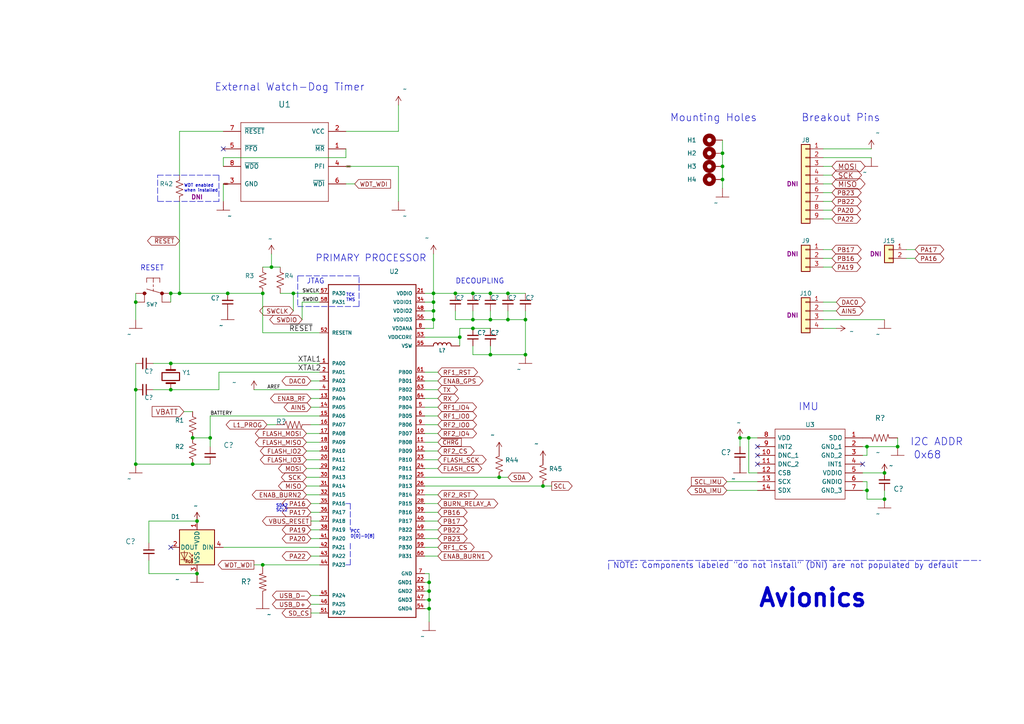
<source format=kicad_sch>
(kicad_sch (version 20211123) (generator eeschema)
  (paper "A4")
  (title_block (title "PyCubed Mainboard") (date "2021-06-09") (rev "v05c") (company "Max Holliday"))
  (lib_symbols
    (symbol "Connector_Generic:Conn_01x02" (pin_names (offset 1.016) hide)
      (property "Reference" "J" (at 0 2.54 0))
      (property "Value" "Conn_01x02" (at 0 -5.08 0))
      (symbol "Conn_01x02_1_1"
        (pin passive line (at -5.08 0 0) (length 3.81) (name "Pin_1") (number "1"))
        (pin passive line (at -5.08 -2.54 0) (length 3.81) (name "Pin_2") (number "2"))
      )
    )
    (symbol "Connector_Generic:Conn_01x03" (pin_names (offset 1.016) hide)
      (property "Reference" "J" (at 0 5.08 0))
      (property "Value" "Conn_01x03" (at 0 -5.08 0))
      (symbol "Conn_01x03_1_1"
        (pin passive line (at -5.08 2.54 0) (length 3.81) (name "Pin_1") (number "1"))
        (pin passive line (at -5.08 0 0) (length 3.81) (name "Pin_2") (number "2"))
        (pin passive line (at -5.08 -2.54 0) (length 3.81) (name "Pin_3") (number "3"))
      )
    )
    (symbol "Connector_Generic:Conn_01x04" (pin_names (offset 1.016) hide)
      (property "Reference" "J" (at 0 5.08 0))
      (property "Value" "Conn_01x04" (at 0 -7.62 0))
      (symbol "Conn_01x04_1_1"
        (pin passive line (at -5.08 2.54 0) (length 3.81) (name "Pin_1") (number "1"))
        (pin passive line (at -5.08 0 0) (length 3.81) (name "Pin_2") (number "2"))
        (pin passive line (at -5.08 -2.54 0) (length 3.81) (name "Pin_3") (number "3"))
        (pin passive line (at -5.08 -5.08 0) (length 3.81) (name "Pin_4") (number "4"))
      )
    )
    (symbol "Connector_Generic:Conn_01x09" (pin_names (offset 1.016) hide)
      (property "Reference" "J" (at 0 12.7 0))
      (property "Value" "Conn_01x09" (at 0 -12.7 0))
      (symbol "Conn_01x09_1_1"
        (pin passive line (at -5.08 10.16 0) (length 3.81) (name "Pin_1") (number "1"))
        (pin passive line (at -5.08 7.62 0) (length 3.81) (name "Pin_2") (number "2"))
        (pin passive line (at -5.08 5.08 0) (length 3.81) (name "Pin_3") (number "3"))
        (pin passive line (at -5.08 2.54 0) (length 3.81) (name "Pin_4") (number "4"))
        (pin passive line (at -5.08 0 0) (length 3.81) (name "Pin_5") (number "5"))
        (pin passive line (at -5.08 -2.54 0) (length 3.81) (name "Pin_6") (number "6"))
        (pin passive line (at -5.08 -5.08 0) (length 3.81) (name "Pin_7") (number "7"))
        (pin passive line (at -5.08 -7.62 0) (length 3.81) (name "Pin_8") (number "8"))
        (pin passive line (at -5.08 -10.16 0) (length 3.81) (name "Pin_9") (number "9"))
      )
    )
    (symbol "Device:Crystal" (pin_numbers hide) (pin_names (offset 1.016) hide)
      (property "Reference" "Y" (at 0 3.81 0))
      (property "Value" "Crystal" (at 0 -3.81 0))
      (symbol "Crystal_1_1"
        (pin passive line (at -3.81 0 0) (length 1.27) (name "1") (number "1"))
        (pin passive line (at 3.81 0 180) (length 1.27) (name "2") (number "2"))
      )
    )
    (symbol "Device:R_US" (pin_numbers hide) (pin_names (offset 0))
      (property "Reference" "R" (at 2.54 0 90))
      (property "Value" "R_US" (at -2.54 0 90))
      (symbol "R_US_1_1"
        (pin passive line (at 0 3.81 270) (length 1.27) (name "~") (number "1"))
        (pin passive line (at 0 -3.81 90) (length 1.27) (name "~") (number "2"))
      )
    )
    (symbol "LED:WS2812B" (pin_names (offset 0.254))
      (property "Reference" "D" (at 5.08 5.715 0))
      (property "Value" "WS2812B" (at 1.27 -5.715 0))
      (symbol "WS2812B_0_0"
        (text "RGB" (at 2.286 -4.191 0) (effects (font (size 0.762 0.762))))
      )
      (symbol "WS2812B_1_1"
        (pin power_in line (at 0 7.62 270) (length 2.54) (name "VDD") (number "1"))
        (pin output line (at 7.62 0 180) (length 2.54) (name "DOUT") (number "2"))
        (pin power_in line (at 0 -7.62 90) (length 2.54) (name "VSS") (number "3"))
        (pin input line (at -7.62 0 0) (length 2.54) (name "DIN") (number "4"))
      )
    )
    (symbol "Mechanical:MountingHole_Pad" (pin_numbers hide) (pin_names (offset 1.016) hide)
      (property "Reference" "H" (at 0 6.35 0))
      (property "Value" "MountingHole_Pad" (at 0 4.445 0))
      (symbol "MountingHole_Pad_1_1"
        (pin input line (at 0 -2.54 90) (length 2.54) (name "1") (number "1"))
      )
    )
    (symbol "mainboard:10KOHM-1_10W-1%(0603)0603" (pin_names (offset 1.016))
      (property "Reference" "R" (at -3.81 1.4986 0))
      (property "Value" "10KOHM-1_10W-1%(0603)0603" (at -3.81 -3.302 0))
      (symbol "10KOHM-1_10W-1%(0603)0603_1_0"
        (pin passive line (at -5.08 0 0) (length 2.54) (name "1") (number "1"))
        (pin passive line (at 5.08 0 180) (length 2.54) (name "2") (number "2"))
      )
    )
    (symbol "mainboard:3.3V" (power) (pin_names (offset 1.016))
      (property "Value" "3.3V" (at -1.016 3.556 0))
      (symbol "3.3V_1_0"
        (pin power_in line (at 0 0 90) (length 2.54) (name "3.3V") (number "1"))
      )
    )
    (symbol "mainboard:ATSAMD51J20A-AU-ATSAMD51J20A-AU-lab64_SAM32-rescue-lab64_SAM32-rescue-SAMD-10-rescue-SAM32-rescue" (pin_names (offset 1.016))
      (property "Reference" "U" (at -12.7254 48.4124 0))
      (property "Value" "ATSAMD51J20A-AU-ATSAMD51J20A-AU-lab64_SAM32-rescue-lab64_SAM32-rescue-SAMD-10-rescue-SAM32-rescue" (at -12.7254 -50.8762 0))
      (symbol "ATSAMD51J20A-AU-ATSAMD51J20A-AU-lab64_SAM32-rescue-lab64_SAM32-rescue-SAMD-10-rescue-SAM32-rescue_0_0"
        (pin bidirectional line (at -15.24 25.4 0) (length 2.54) (name "PA00") (number "1"))
        (pin bidirectional line (at 15.24 5.08 180) (length 2.54) (name "PB07") (number "10"))
        (pin bidirectional line (at 15.24 2.54 180) (length 2.54) (name "PB08") (number "11"))
        (pin bidirectional line (at 15.24 0 180) (length 2.54) (name "PB09") (number "12"))
        (pin bidirectional line (at -15.24 15.24 0) (length 2.54) (name "PA04") (number "13"))
        (pin bidirectional line (at -15.24 12.7 0) (length 2.54) (name "PA05") (number "14"))
        (pin bidirectional line (at -15.24 10.16 0) (length 2.54) (name "PA06") (number "15"))
        (pin bidirectional line (at -15.24 7.62 0) (length 2.54) (name "PA07") (number "16"))
        (pin bidirectional line (at -15.24 5.08 0) (length 2.54) (name "PA08") (number "17"))
        (pin bidirectional line (at -15.24 2.54 0) (length 2.54) (name "PA09") (number "18"))
        (pin bidirectional line (at -15.24 0 0) (length 2.54) (name "PA10") (number "19"))
        (pin bidirectional line (at -15.24 22.86 0) (length 2.54) (name "PA01") (number "2"))
        (pin bidirectional line (at -15.24 -2.54 0) (length 2.54) (name "PA11") (number "20"))
        (pin power_in line (at 15.24 45.72 180) (length 2.54) (name "VDDIO") (number "21"))
        (pin power_in line (at 15.24 -38.1 180) (length 2.54) (name "GND1") (number "22"))
        (pin bidirectional line (at 15.24 -2.54 180) (length 2.54) (name "PB10") (number "23"))
        (pin bidirectional line (at 15.24 -5.08 180) (length 2.54) (name "PB11") (number "24"))
        (pin bidirectional line (at 15.24 -7.62 180) (length 2.54) (name "PB12") (number "25"))
        (pin bidirectional line (at 15.24 -10.16 180) (length 2.54) (name "PB13") (number "26"))
        (pin bidirectional line (at 15.24 -12.7 180) (length 2.54) (name "PB14") (number "27"))
        (pin bidirectional line (at 15.24 -15.24 180) (length 2.54) (name "PB15") (number "28"))
        (pin bidirectional line (at -15.24 -5.08 0) (length 2.54) (name "PA12") (number "29"))
        (pin bidirectional line (at -15.24 20.32 0) (length 2.54) (name "PA02") (number "3"))
        (pin bidirectional line (at -15.24 -7.62 0) (length 2.54) (name "PA13") (number "30"))
        (pin bidirectional line (at -15.24 -10.16 0) (length 2.54) (name "PA14") (number "31"))
        (pin bidirectional line (at -15.24 -12.7 0) (length 2.54) (name "PA15") (number "32"))
        (pin power_in line (at 15.24 -40.64 180) (length 2.54) (name "GND2") (number "33"))
        (pin power_in line (at 15.24 43.18 180) (length 2.54) (name "VDDIO1") (number "34"))
        (pin bidirectional line (at -15.24 -15.24 0) (length 2.54) (name "PA16") (number "35"))
        (pin bidirectional line (at -15.24 -17.78 0) (length 2.54) (name "PA17") (number "36"))
        (pin bidirectional line (at -15.24 -20.32 0) (length 2.54) (name "PA18") (number "37"))
        (pin bidirectional line (at -15.24 -22.86 0) (length 2.54) (name "PA19") (number "38"))
        (pin bidirectional line (at 15.24 -17.78 180) (length 2.54) (name "PB16") (number "39"))
        (pin bidirectional line (at -15.24 17.78 0) (length 2.54) (name "PA03") (number "4"))
        (pin bidirectional line (at 15.24 -20.32 180) (length 2.54) (name "PB17") (number "40"))
        (pin bidirectional line (at -15.24 -25.4 0) (length 2.54) (name "PA20") (number "41"))
        (pin bidirectional line (at -15.24 -27.94 0) (length 2.54) (name "PA21") (number "42"))
        (pin bidirectional line (at -15.24 -30.48 0) (length 2.54) (name "PA22") (number "43"))
        (pin bidirectional line (at -15.24 -33.02 0) (length 2.54) (name "PA23") (number "44"))
        (pin bidirectional line (at -15.24 -41.91 0) (length 2.54) (name "PA24") (number "45"))
        (pin bidirectional line (at -15.24 -44.45 0) (length 2.54) (name "PA25") (number "46"))
        (pin power_in line (at 15.24 -43.18 180) (length 2.54) (name "GND3") (number "47"))
        (pin power_in line (at 15.24 40.64 180) (length 2.54) (name "VDDIO2") (number "48"))
        (pin bidirectional line (at 15.24 -22.86 180) (length 2.54) (name "PB22") (number "49"))
        (pin bidirectional line (at 15.24 12.7 180) (length 2.54) (name "PB04") (number "5"))
        (pin bidirectional line (at 15.24 -25.4 180) (length 2.54) (name "PB23") (number "50"))
        (pin bidirectional line (at -15.24 -46.99 0) (length 2.54) (name "PA27") (number "51"))
        (pin input line (at -15.24 34.29 0) (length 2.54) (name "RESETN") (number "52"))
        (pin power_in line (at 15.24 33.02 180) (length 2.54) (name "VDDCORE") (number "53"))
        (pin power_in line (at 15.24 -45.72 180) (length 2.54) (name "GND4") (number "54"))
        (pin power_in line (at 15.24 30.48 180) (length 2.54) (name "VSW") (number "55"))
        (pin power_in line (at 15.24 38.1 180) (length 2.54) (name "VDDIO3") (number "56"))
        (pin bidirectional line (at -15.24 45.72 0) (length 2.54) (name "PA30") (number "57"))
        (pin bidirectional line (at -15.24 43.18 0) (length 2.54) (name "PA31") (number "58"))
        (pin bidirectional line (at 15.24 -27.94 180) (length 2.54) (name "PB30") (number "59"))
        (pin bidirectional line (at 15.24 10.16 180) (length 2.54) (name "PB05") (number "6"))
        (pin bidirectional line (at 15.24 -30.48 180) (length 2.54) (name "PB31") (number "60"))
        (pin bidirectional line (at 15.24 22.86 180) (length 2.54) (name "PB00") (number "61"))
        (pin bidirectional line (at 15.24 20.32 180) (length 2.54) (name "PB01") (number "62"))
        (pin bidirectional line (at 15.24 17.78 180) (length 2.54) (name "PB02") (number "63"))
        (pin bidirectional line (at 15.24 15.24 180) (length 2.54) (name "PB03") (number "64"))
        (pin power_in line (at 15.24 -35.56 180) (length 2.54) (name "GND") (number "7"))
        (pin power_in line (at 15.24 35.56 180) (length 2.54) (name "VDDANA") (number "8"))
        (pin bidirectional line (at 15.24 7.62 180) (length 2.54) (name "PB06") (number "9"))
      )
    )
    (symbol "mainboard:BMX160" (pin_names (offset 0.762))
      (property "Reference" "IC" (at 26.67 7.62 0))
      (property "Value" "BMX160" (at 26.67 5.08 0))
      (symbol "BMX160_0_0"
        (pin bidirectional line (at 0 0 0) (length 5.08) (name "SDO") (number "1"))
        (pin bidirectional line (at 30.48 -5.08 180) (length 5.08) (name "DNC_1") (number "10"))
        (pin bidirectional line (at 30.48 -7.62 180) (length 5.08) (name "DNC_2") (number "11"))
        (pin bidirectional line (at 30.48 -10.16 180) (length 5.08) (name "CSB") (number "12"))
        (pin bidirectional line (at 30.48 -12.7 180) (length 5.08) (name "SCX") (number "13"))
        (pin bidirectional line (at 30.48 -15.24 180) (length 5.08) (name "SDX") (number "14"))
        (pin bidirectional line (at 0 -2.54 0) (length 5.08) (name "GND_1") (number "2"))
        (pin bidirectional line (at 0 -5.08 0) (length 5.08) (name "GND_2") (number "3"))
        (pin bidirectional line (at 0 -7.62 0) (length 5.08) (name "INT1") (number "4"))
        (pin bidirectional line (at 0 -10.16 0) (length 5.08) (name "VDDIO") (number "5"))
        (pin bidirectional line (at 0 -12.7 0) (length 5.08) (name "GNDIO") (number "6"))
        (pin bidirectional line (at 0 -15.24 0) (length 5.08) (name "GND_3") (number "7"))
        (pin bidirectional line (at 30.48 0 180) (length 5.08) (name "VDD") (number "8"))
        (pin bidirectional line (at 30.48 -2.54 180) (length 5.08) (name "INT2") (number "9"))
      )
    )
    (symbol "mainboard:C_Small" (pin_numbers hide) (pin_names (offset 0.254) hide)
      (property "Reference" "C" (at 0.254 1.778 0))
      (property "Value" "C_Small" (at 0.254 -2.032 0))
      (symbol "C_Small_1_1"
        (pin passive line (at 0 2.54 270) (length 2.032) (name "~") (number "1"))
        (pin passive line (at 0 -2.54 90) (length 2.032) (name "~") (number "2"))
      )
    )
    (symbol "mainboard:GND" (power) (pin_names (offset 1.016))
      (property "Value" "GND" (at -2.54 -2.54 0))
      (symbol "GND_1_0"
        (pin power_in line (at 0 2.54 270) (length 2.54) (name "GND") (number "1"))
      )
    )
    (symbol "mainboard:INDUCTOR-Adafruit_Feather_M4_Express-eagle-import-lab64_SAM32-rescue-SAMD-10-rescue-SAM32-rescue" (pin_names (offset 1.016))
      (property "Reference" "L" (at 0 2.54 0))
      (property "Value" "INDUCTOR-Adafruit_Feather_M4_Express-eagle-import-lab64_SAM32-rescue-SAMD-10-rescue-SAM32-rescue" (at 0 -1.524 0))
      (symbol "INDUCTOR-Adafruit_Feather_M4_Express-eagle-import-lab64_SAM32-rescue-SAMD-10-rescue-SAM32-rescue_1_0"
        (pin passive line (at -5.08 0 0) (length 2.54) (name "1") (number "1"))
        (pin passive line (at 5.08 0 180) (length 2.54) (name "2") (number "2"))
      )
    )
    (symbol "mainboard:MAX708RESA-T" (pin_names (offset 1.016))
      (property "Reference" "U" (at 15.5956 9.1186 0))
      (property "Value" "MAX708RESA-T" (at 14.9606 6.5786 0))
      (symbol "MAX708RESA-T_1_0"
        (pin input line (at 2.54 -2.54 0) (length 5.08) (name "~{MR}") (number "1"))
        (pin power_in line (at 2.54 2.54 0) (length 5.08) (name "VCC") (number "2"))
        (pin power_in line (at 38.1 -12.7 180) (length 5.08) (name "GND") (number "3"))
        (pin input line (at 2.54 -7.62 0) (length 5.08) (name "PFI") (number "4"))
        (pin output line (at 38.1 -2.54 180) (length 5.08) (name "~{PFO}") (number "5"))
        (pin input line (at 2.54 -12.7 0) (length 5.08) (name "~{WDI}") (number "6"))
        (pin output line (at 38.1 2.54 180) (length 5.08) (name "~{RESET}") (number "7"))
        (pin output line (at 38.1 -7.62 180) (length 5.08) (name "~{WDO}") (number "8"))
      )
    )
    (symbol "mainboard:R-US_R0603" (pin_names (offset 1.016))
      (property "Reference" "R" (at -3.81 1.4986 0))
      (property "Value" "R-US_R0603" (at -3.81 -3.302 0))
      (symbol "R-US_R0603_1_0"
        (pin passive line (at -5.08 0 0) (length 2.54) (name "1") (number "1"))
        (pin passive line (at 5.08 0 180) (length 2.54) (name "2") (number "2"))
      )
    )
    (symbol "mainboard:SWITCH_SMT4.6X2.8" (pin_names (offset 1.016))
      (property "Reference" "SW" (at -2.54 6.35 0))
      (property "Value" "SWITCH_SMT4.6X2.8" (at -2.54 -5.08 0))
      (symbol "SWITCH_SMT4.6X2.8_1_0"
        (pin passive line (at -5.08 0 0) (length 2.54) (name "P") (number "A"))
        (pin passive line (at -5.08 -2.54 0) (length 2.54) (name "P1") (number "A'"))
        (pin passive line (at 5.08 0 180) (length 2.54) (name "S") (number "B"))
        (pin passive line (at 5.08 -2.54 180) (length 2.54) (name "S1") (number "B'"))
      )
    )
  )
  (junction (at 60.96 127))
  (junction (at 137.16 85.09))
  (junction (at 147.32 85.09))
  (junction (at 78.74 77.47))
  (junction (at 39.37 113.03))
  (junction (at 142.24 102.87))
  (junction (at 132.08 85.09))
  (junction (at 52.07 85.09))
  (junction (at 209.55 48.26))
  (junction (at 137.16 92.71))
  (junction (at 256.54 144.78))
  (junction (at 217.17 127))
  (junction (at 147.32 92.71))
  (junction (at 125.73 90.17))
  (junction (at 57.15 166.37))
  (junction (at 152.4 92.71))
  (junction (at 157.48 140.97))
  (junction (at 209.55 52.07))
  (junction (at 85.09 85.09))
  (junction (at 251.46 129.54))
  (junction (at 66.04 85.09))
  (junction (at 125.73 85.09))
  (junction (at 133.35 97.79))
  (junction (at 144.78 138.43))
  (junction (at 55.88 134.62))
  (junction (at 124.46 176.53))
  (junction (at 125.73 92.71))
  (junction (at 260.35 129.54))
  (junction (at 39.37 134.62))
  (junction (at 251.46 142.24))
  (junction (at 57.15 151.13))
  (junction (at 49.53 85.09))
  (junction (at 124.46 171.45))
  (junction (at 152.4 102.87))
  (junction (at 142.24 92.71))
  (junction (at 55.88 127))
  (junction (at 256.54 137.16))
  (junction (at 125.73 87.63))
  (junction (at 49.53 113.03))
  (junction (at 39.37 87.63))
  (junction (at 124.46 173.99))
  (junction (at 49.53 105.41))
  (junction (at 76.2 163.83))
  (junction (at 137.16 95.25))
  (junction (at 142.24 85.09))
  (junction (at 124.46 168.91))
  (junction (at 214.63 127))
  (junction (at 209.55 44.45))
  (junction (at 76.2 85.09))
  (no_connect (at 64.77 43.18))
  (no_connect (at 250.19 134.62))
  (no_connect (at 219.71 134.62))
  (no_connect (at 219.71 132.08))
  (no_connect (at 49.53 158.75))
  (no_connect (at 219.71 129.54))
  (wire (pts (xy 125.73 85.09) (xy 132.08 85.09)))
  (wire (pts (xy 137.16 85.09) (xy 142.24 85.09)))
  (wire (pts (xy 238.76 77.47) (xy 241.3 77.47)))
  (wire (pts (xy 238.76 60.96) (xy 241.3 60.96)))
  (wire (pts (xy 92.71 115.57) (xy 90.17 115.57)))
  (wire (pts (xy 238.76 45.72) (xy 252.73 45.72)))
  (wire (pts (xy 142.24 85.09) (xy 147.32 85.09)))
  (wire (pts (xy 73.66 113.03) (xy 92.71 113.03)))
  (wire (pts (xy 123.19 140.97) (xy 157.48 140.97)))
  (wire (pts (xy 133.35 95.25) (xy 137.16 95.25)))
  (wire (pts (xy 123.19 90.17) (xy 125.73 90.17)))
  (wire (pts (xy 92.71 153.67) (xy 90.17 153.67)))
  (polyline (pts (xy 45.72 50.8) (xy 63.5 50.8)))
  (wire (pts (xy 88.9 140.97) (xy 92.71 140.97)))
  (wire (pts (xy 265.43 74.93) (xy 262.89 74.93)))
  (wire (pts (xy 92.71 96.52) (xy 76.2 96.52)))
  (wire (pts (xy 238.76 58.42) (xy 241.3 58.42)))
  (wire (pts (xy 87.63 87.63) (xy 92.71 87.63)))
  (wire (pts (xy 63.5 113.03) (xy 63.5 107.95)))
  (wire (pts (xy 251.46 144.78) (xy 256.54 144.78)))
  (wire (pts (xy 127 135.89) (xy 123.19 135.89)))
  (wire (pts (xy 49.53 87.63) (xy 49.53 85.09)))
  (wire (pts (xy 127 120.65) (xy 123.19 120.65)))
  (wire (pts (xy 123.19 113.03) (xy 127 113.03)))
  (wire (pts (xy 115.57 48.26) (xy 115.57 58.42)))
  (wire (pts (xy 210.82 139.7) (xy 219.71 139.7)))
  (wire (pts (xy 125.73 85.09) (xy 125.73 73.66)))
  (wire (pts (xy 123.19 143.51) (xy 127 143.51)))
  (wire (pts (xy 123.19 85.09) (xy 125.73 85.09)))
  (polyline (pts (xy 101.6 163.83) (xy 101.6 157.48)))
  (wire (pts (xy 260.35 129.54) (xy 260.35 127)))
  (wire (pts (xy 124.46 173.99) (xy 124.46 176.53)))
  (wire (pts (xy 142.24 92.71) (xy 147.32 92.71)))
  (wire (pts (xy 251.46 129.54) (xy 251.46 132.08)))
  (wire (pts (xy 76.2 77.47) (xy 78.74 77.47)))
  (wire (pts (xy 127 110.49) (xy 123.19 110.49)))
  (wire (pts (xy 85.09 90.17) (xy 85.09 85.09)))
  (polyline (pts (xy 176.53 165.1) (xy 176.53 162.56)))
  (wire (pts (xy 60.96 127) (xy 60.96 120.65)))
  (wire (pts (xy 39.37 87.63) (xy 39.37 92.71)))
  (polyline (pts (xy 63.5 50.8) (xy 63.5 58.42)))
  (polyline (pts (xy 101.6 146.05) (xy 101.6 153.67)))
  (wire (pts (xy 123.19 158.75) (xy 127 158.75)))
  (wire (pts (xy 250.19 129.54) (xy 251.46 129.54)))
  (wire (pts (xy 43.18 162.56) (xy 43.18 166.37)))
  (wire (pts (xy 55.88 134.62) (xy 39.37 134.62)))
  (wire (pts (xy 88.9 130.81) (xy 92.71 130.81)))
  (wire (pts (xy 55.88 127) (xy 60.96 127)))
  (wire (pts (xy 214.63 127) (xy 217.17 127)))
  (wire (pts (xy 52.07 58.42) (xy 52.07 85.09)))
  (wire (pts (xy 92.71 172.72) (xy 90.17 172.72)))
  (wire (pts (xy 132.08 90.17) (xy 132.08 92.71)))
  (wire (pts (xy 123.19 176.53) (xy 124.46 176.53)))
  (wire (pts (xy 147.32 138.43) (xy 144.78 138.43)))
  (wire (pts (xy 125.73 87.63) (xy 125.73 85.09)))
  (wire (pts (xy 250.19 139.7) (xy 251.46 139.7)))
  (wire (pts (xy 252.73 43.18) (xy 238.76 43.18)))
  (wire (pts (xy 242.57 95.25) (xy 238.76 95.25)))
  (wire (pts (xy 123.19 171.45) (xy 124.46 171.45)))
  (polyline (pts (xy 63.5 58.42) (xy 45.72 58.42)))
  (wire (pts (xy 92.71 118.11) (xy 90.17 118.11)))
  (wire (pts (xy 123.19 138.43) (xy 144.78 138.43)))
  (wire (pts (xy 80.01 123.19) (xy 77.47 123.19)))
  (wire (pts (xy 256.54 142.24) (xy 256.54 144.78)))
  (wire (pts (xy 125.73 90.17) (xy 125.73 87.63)))
  (wire (pts (xy 123.19 87.63) (xy 125.73 87.63)))
  (wire (pts (xy 88.9 125.73) (xy 92.71 125.73)))
  (wire (pts (xy 142.24 102.87) (xy 152.4 102.87)))
  (wire (pts (xy 39.37 105.41) (xy 39.37 113.03)))
  (wire (pts (xy 147.32 90.17) (xy 147.32 92.71)))
  (wire (pts (xy 217.17 127) (xy 219.71 127)))
  (wire (pts (xy 123.19 148.59) (xy 127 148.59)))
  (wire (pts (xy 123.19 92.71) (xy 125.73 92.71)))
  (wire (pts (xy 60.96 134.62) (xy 55.88 134.62)))
  (wire (pts (xy 137.16 95.25) (xy 142.24 95.25)))
  (wire (pts (xy 133.35 97.79) (xy 133.35 100.33)))
  (wire (pts (xy 123.19 95.25) (xy 125.73 95.25)))
  (wire (pts (xy 123.19 107.95) (xy 127 107.95)))
  (wire (pts (xy 44.45 105.41) (xy 49.53 105.41)))
  (wire (pts (xy 60.96 120.65) (xy 92.71 120.65)))
  (wire (pts (xy 250.19 142.24) (xy 251.46 142.24)))
  (wire (pts (xy 123.19 173.99) (xy 124.46 173.99)))
  (wire (pts (xy 78.74 77.47) (xy 81.28 77.47)))
  (wire (pts (xy 251.46 142.24) (xy 251.46 144.78)))
  (wire (pts (xy 137.16 92.71) (xy 132.08 92.71)))
  (wire (pts (xy 137.16 90.17) (xy 137.16 92.71)))
  (wire (pts (xy 52.07 38.1) (xy 52.07 50.8)))
  (wire (pts (xy 123.19 153.67) (xy 127 153.67)))
  (wire (pts (xy 124.46 166.37) (xy 124.46 168.91)))
  (wire (pts (xy 52.07 85.09) (xy 66.04 85.09)))
  (wire (pts (xy 125.73 92.71) (xy 125.73 90.17)))
  (wire (pts (xy 123.19 161.29) (xy 127 161.29)))
  (wire (pts (xy 102.87 53.34) (xy 100.33 53.34)))
  (wire (pts (xy 123.19 97.79) (xy 133.35 97.79)))
  (wire (pts (xy 78.74 73.66) (xy 78.74 77.47)))
  (wire (pts (xy 137.16 102.87) (xy 142.24 102.87)))
  (wire (pts (xy 88.9 128.27) (xy 92.71 128.27)))
  (wire (pts (xy 152.4 92.71) (xy 152.4 102.87)))
  (polyline (pts (xy 45.72 58.42) (xy 45.72 50.8)))
  (wire (pts (xy 238.76 63.5) (xy 241.3 63.5)))
  (wire (pts (xy 241.3 48.26) (xy 238.76 48.26)))
  (wire (pts (xy 123.19 156.21) (xy 127 156.21)))
  (wire (pts (xy 87.63 87.63) (xy 87.63 92.71)))
  (wire (pts (xy 142.24 100.33) (xy 142.24 102.87)))
  (wire (pts (xy 92.71 143.51) (xy 88.9 143.51)))
  (wire (pts (xy 242.57 90.17) (xy 238.76 90.17)))
  (wire (pts (xy 124.46 171.45) (xy 124.46 173.99)))
  (wire (pts (xy 124.46 176.53) (xy 124.46 180.34)))
  (wire (pts (xy 127 125.73) (xy 123.19 125.73)))
  (wire (pts (xy 127 133.35) (xy 123.19 133.35)))
  (polyline (pts (xy 100.33 163.83) (xy 101.6 163.83)))
  (wire (pts (xy 92.71 110.49) (xy 90.17 110.49)))
  (wire (pts (xy 39.37 113.03) (xy 39.37 134.62)))
  (wire (pts (xy 123.19 168.91) (xy 124.46 168.91)))
  (wire (pts (xy 127 128.27) (xy 123.19 128.27)))
  (wire (pts (xy 100.33 45.72) (xy 100.33 43.18)))
  (wire (pts (xy 64.77 48.26) (xy 64.77 45.72)))
  (wire (pts (xy 133.35 97.79) (xy 133.35 95.25)))
  (wire (pts (xy 123.19 115.57) (xy 127 115.57)))
  (wire (pts (xy 242.57 87.63) (xy 238.76 87.63)))
  (wire (pts (xy 63.5 107.95) (xy 92.71 107.95)))
  (wire (pts (xy 238.76 74.93) (xy 241.3 74.93)))
  (polyline (pts (xy 104.14 88.9) (xy 104.14 80.01)))
  (wire (pts (xy 160.02 140.97) (xy 157.48 140.97)))
  (wire (pts (xy 92.71 148.59) (xy 90.17 148.59)))
  (wire (pts (xy 60.96 129.54) (xy 60.96 127)))
  (wire (pts (xy 43.18 166.37) (xy 57.15 166.37)))
  (wire (pts (xy 209.55 40.64) (xy 209.55 44.45)))
  (wire (pts (xy 44.45 113.03) (xy 49.53 113.03)))
  (wire (pts (xy 251.46 129.54) (xy 260.35 129.54)))
  (wire (pts (xy 92.71 123.19) (xy 90.17 123.19)))
  (wire (pts (xy 76.2 163.83) (xy 73.66 163.83)))
  (wire (pts (xy 123.19 123.19) (xy 127 123.19)))
  (wire (pts (xy 53.34 119.38) (xy 55.88 119.38)))
  (wire (pts (xy 123.19 166.37) (xy 124.46 166.37)))
  (wire (pts (xy 132.08 85.09) (xy 137.16 85.09)))
  (wire (pts (xy 142.24 92.71) (xy 142.24 90.17)))
  (wire (pts (xy 39.37 85.09) (xy 39.37 87.63)))
  (wire (pts (xy 49.53 113.03) (xy 63.5 113.03)))
  (wire (pts (xy 66.04 85.09) (xy 76.2 85.09)))
  (wire (pts (xy 115.57 38.1) (xy 115.57 30.48)))
  (wire (pts (xy 92.71 163.83) (xy 76.2 163.83)))
  (wire (pts (xy 64.77 53.34) (xy 64.77 58.42)))
  (wire (pts (xy 92.71 175.26) (xy 90.17 175.26)))
  (wire (pts (xy 115.57 38.1) (xy 100.33 38.1)))
  (wire (pts (xy 209.55 52.07) (xy 209.55 54.61)))
  (wire (pts (xy 90.17 177.8) (xy 92.71 177.8)))
  (wire (pts (xy 43.18 151.13) (xy 57.15 151.13)))
  (wire (pts (xy 124.46 168.91) (xy 124.46 171.45)))
  (wire (pts (xy 147.32 85.09) (xy 152.4 85.09)))
  (wire (pts (xy 241.3 50.8) (xy 238.76 50.8)))
  (wire (pts (xy 241.3 53.34) (xy 238.76 53.34)))
  (wire (pts (xy 64.77 38.1) (xy 52.07 38.1)))
  (wire (pts (xy 92.71 161.29) (xy 90.17 161.29)))
  (wire (pts (xy 142.24 92.71) (xy 137.16 92.71)))
  (wire (pts (xy 238.76 72.39) (xy 241.3 72.39)))
  (wire (pts (xy 123.19 151.13) (xy 127 151.13)))
  (wire (pts (xy 137.16 102.87) (xy 137.16 100.33)))
  (wire (pts (xy 64.77 158.75) (xy 92.71 158.75)))
  (wire (pts (xy 250.19 132.08) (xy 251.46 132.08)))
  (wire (pts (xy 90.17 151.13) (xy 92.71 151.13)))
  (wire (pts (xy 123.19 130.81) (xy 127 130.81)))
  (polyline (pts (xy 86.36 88.9) (xy 104.14 88.9)))
  (wire (pts (xy 209.55 48.26) (xy 209.55 52.07)))
  (wire (pts (xy 49.53 85.09) (xy 52.07 85.09)))
  (wire (pts (xy 210.82 142.24) (xy 219.71 142.24)))
  (polyline (pts (xy 86.36 80.01) (xy 86.36 88.9)))
  (wire (pts (xy 152.4 90.17) (xy 152.4 92.71)))
  (wire (pts (xy 81.28 85.09) (xy 85.09 85.09)))
  (wire (pts (xy 219.71 137.16) (xy 217.17 137.16)))
  (wire (pts (xy 92.71 133.35) (xy 88.9 133.35)))
  (wire (pts (xy 76.2 96.52) (xy 76.2 85.09)))
  (wire (pts (xy 256.54 137.16) (xy 250.19 137.16)))
  (wire (pts (xy 64.77 45.72) (xy 100.33 45.72)))
  (wire (pts (xy 43.18 151.13) (xy 43.18 157.48)))
  (wire (pts (xy 85.09 85.09) (xy 92.71 85.09)))
  (wire (pts (xy 125.73 95.25) (xy 125.73 92.71)))
  (wire (pts (xy 251.46 139.7) (xy 251.46 142.24)))
  (polyline (pts (xy 104.14 80.01) (xy 86.36 80.01)))
  (wire (pts (xy 209.55 44.45) (xy 209.55 48.26)))
  (wire (pts (xy 238.76 92.71) (xy 256.54 92.71)))
  (wire (pts (xy 214.63 129.54) (xy 214.63 127)))
  (polyline (pts (xy 176.53 162.56) (xy 284.48 162.56)))
  (wire (pts (xy 123.19 146.05) (xy 127 146.05)))
  (wire (pts (xy 217.17 137.16) (xy 217.17 127)))
  (wire (pts (xy 265.43 72.39) (xy 262.89 72.39)))
  (wire (pts (xy 88.9 135.89) (xy 92.71 135.89)))
  (wire (pts (xy 123.19 118.11) (xy 127 118.11)))
  (wire (pts (xy 88.9 138.43) (xy 92.71 138.43)))
  (wire (pts (xy 147.32 92.71) (xy 152.4 92.71)))
  (wire (pts (xy 90.17 146.05) (xy 92.71 146.05)))
  (wire (pts (xy 238.76 55.88) (xy 241.3 55.88)))
  (wire (pts (xy 92.71 156.21) (xy 90.17 156.21)))
  (wire (pts (xy 49.53 105.41) (xy 92.71 105.41)))
  (polyline (pts (xy 100.33 146.05) (xy 101.6 146.05)))
  (wire (pts (xy 100.33 48.26) (xy 115.57 48.26)))
  (text "External Watch-Dog Timer" (at 62.23 26.67 0) (effects (font (size 2.159 2.159)) (justify left bottom)))
  (text "PCC\nD[0]-D[8]" (at 101.6 156.21 0) (effects (font (size 0.889 0.889)) (justify left bottom)))
  (text "PRIMARY PROCESSOR" (at 91.44 76.2 0) (effects (font (size 2.0066 2.0066)) (justify left bottom)))
  (text "IMU" (at 237.49 119.38 180) (effects (font (size 2.159 2.159)) (justify right bottom)))
  (text "SDA2" (at 80.01 147.32 0) (effects (font (size 0.889 0.889)) (justify left bottom)))
  (text "I2C ADDR" (at 279.4 129.54 180) (effects (font (size 2.159 2.159)) (justify right bottom)))
  (text "DECOUPLING\n" (at 132.08 82.55 0) (effects (font (size 1.4986 1.4986)) (justify left bottom)))
  (text "RESET" (at 40.64 78.74 0) (effects (font (size 1.4986 1.4986)) (justify left bottom)))
  (text "Breakout Pins" (at 232.41 35.56 0) (effects (font (size 2.159 2.159)) (justify left bottom)))
  (text "WDT enabled\nwhen installed" (at 53.34 55.88 0) (effects (font (size 0.889 0.889)) (justify left bottom)))
  (text "0x68" (at 273.05 133.35 180) (effects (font (size 2.159 2.159)) (justify right bottom)))
  (text "Mounting Holes" (at 194.31 35.56 0) (effects (font (size 2.159 2.159)) (justify left bottom)))
  (text "Avionics" (at 219.71 176.53 0) (effects (font (size 5.08 5.08) (thickness 1.016) bold) (justify left bottom)))
  (text "JTAG\n" (at 88.9 82.55 0) (effects (font (size 1.4986 1.4986)) (justify left bottom)))
  (text "NOTE: Components labeled \"do not install\" (DNI) are not populated by default" (at 177.8 165.1 0) (effects (font (size 1.651 1.651)) (justify left bottom)))
  (text "SCL2" (at 80.01 148.59 0) (effects (font (size 0.889 0.889)) (justify left bottom)))
  (text "TCK\nTMS" (at 100.33 87.63 0) (effects (font (size 0.889 0.889)) (justify left bottom)))
  (label "~{RESET}" (at 83.82 96.52 0) (effects (font (size 1.4986 1.4986))))
  (label "SWDIO" (at 87.63 87.63 0) (effects (font (size 0.9906 0.9906))))
  (label "SWCLK" (at 87.63 85.09 0) (effects (font (size 0.9906 0.9906))))
  (label "AREF" (at 77.47 113.03 0) (effects (font (size 1.016 1.016))))
  (label "XTAL2" (at 86.36 107.95 0) (effects (font (size 1.524 1.524))))
  (label "BATTERY" (at 60.96 120.65 0) (effects (font (size 1.016 1.016))))
  (label "XTAL1" (at 86.36 105.41 0) (effects (font (size 1.524 1.524))))
  (global_label "PB16" (shape bidirectional) (at 127 148.59 0) (property "Intersheet References" "${INTERSHEET_REFS}" (effects hide)))
  (global_label "WDT_WDI" (shape input) (at 102.87 53.34 0) (property "Intersheet References" "${INTERSHEET_REFS}" (effects hide)))
  (global_label "PB23" (shape bidirectional) (at 241.3 55.88 0) (property "Intersheet References" "${INTERSHEET_REFS}" (effects hide)))
  (global_label "PA22" (shape bidirectional) (at 90.17 161.29 180) (property "Intersheet References" "${INTERSHEET_REFS}" (effects hide)))
  (global_label "PA17" (shape bidirectional) (at 90.17 148.59 180) (property "Intersheet References" "${INTERSHEET_REFS}" (effects hide)))
  (global_label "MOSI" (shape bidirectional) (at 241.3 48.26 0) (effects (font (size 1.4986 1.4986))) (property "Intersheet References" "${INTERSHEET_REFS}" (effects hide)))
  (global_label "PB22" (shape bidirectional) (at 127 153.67 0) (property "Intersheet References" "${INTERSHEET_REFS}" (effects hide)))
  (global_label "PA16" (shape bidirectional) (at 265.43 74.93 0) (property "Intersheet References" "${INTERSHEET_REFS}" (effects hide)))
  (global_label "PB17" (shape bidirectional) (at 127 151.13 0) (property "Intersheet References" "${INTERSHEET_REFS}" (effects hide)))
  (global_label "SDA_IMU" (shape bidirectional) (at 210.82 142.24 180) (property "Intersheet References" "${INTERSHEET_REFS}" (effects hide)))
  (global_label "SDA" (shape bidirectional) (at 147.32 138.43 0) (property "Intersheet References" "${INTERSHEET_REFS}" (effects hide)))
  (global_label "L1_PROG" (shape bidirectional) (at 77.47 123.19 180) (property "Intersheet References" "${INTERSHEET_REFS}" (effects hide)))
  (global_label "FLASH_IO2" (shape bidirectional) (at 88.9 130.81 180) (property "Intersheet References" "${INTERSHEET_REFS}" (effects hide)))
  (global_label "FLASH_IO3" (shape bidirectional) (at 88.9 133.35 180) (property "Intersheet References" "${INTERSHEET_REFS}" (effects hide)))
  (global_label "SD_CS" (shape output) (at 90.17 177.8 180) (property "Intersheet References" "${INTERSHEET_REFS}" (effects hide)))
  (global_label "RX" (shape bidirectional) (at 127 115.57 0) (property "Intersheet References" "${INTERSHEET_REFS}" (effects hide)))
  (global_label "PA20" (shape bidirectional) (at 90.17 156.21 180) (property "Intersheet References" "${INTERSHEET_REFS}" (effects hide)))
  (global_label "SWDIO" (shape bidirectional) (at 87.63 92.71 180) (property "Intersheet References" "${INTERSHEET_REFS}" (effects hide)))
  (global_label "PB22" (shape bidirectional) (at 241.3 58.42 0) (property "Intersheet References" "${INTERSHEET_REFS}" (effects hide)))
  (global_label "PB17" (shape bidirectional) (at 241.3 72.39 0) (property "Intersheet References" "${INTERSHEET_REFS}" (effects hide)))
  (global_label "FLASH_MOSI" (shape bidirectional) (at 88.9 125.73 180) (property "Intersheet References" "${INTERSHEET_REFS}" (effects hide)))
  (global_label "DAC0" (shape bidirectional) (at 90.17 110.49 180) (property "Intersheet References" "${INTERSHEET_REFS}" (effects hide)))
  (global_label "USB_D+" (shape bidirectional) (at 90.17 175.26 180) (property "Intersheet References" "${INTERSHEET_REFS}" (effects hide)))
  (global_label "BURN_RELAY_A" (shape bidirectional) (at 127 146.05 0) (property "Intersheet References" "${INTERSHEET_REFS}" (effects hide)))
  (global_label "AIN5" (shape bidirectional) (at 242.57 90.17 0) (property "Intersheet References" "${INTERSHEET_REFS}" (effects hide)))
  (global_label "WDT_WDI" (shape output) (at 73.66 163.83 180) (property "Intersheet References" "${INTERSHEET_REFS}" (effects hide)))
  (global_label "~{RESET}" (shape bidirectional) (at 52.07 69.85 180) (property "Intersheet References" "${INTERSHEET_REFS}" (effects hide)))
  (global_label "RF2_IO0" (shape bidirectional) (at 127 123.19 0) (property "Intersheet References" "${INTERSHEET_REFS}" (effects hide)))
  (global_label "RF1_IO4" (shape bidirectional) (at 127 118.11 0) (property "Intersheet References" "${INTERSHEET_REFS}" (effects hide)))
  (global_label "MISO" (shape bidirectional) (at 241.3 53.34 0) (effects (font (size 1.4986 1.4986))) (property "Intersheet References" "${INTERSHEET_REFS}" (effects hide)))
  (global_label "DAC0" (shape bidirectional) (at 242.57 87.63 0) (property "Intersheet References" "${INTERSHEET_REFS}" (effects hide)))
  (global_label "FLASH_SCK" (shape bidirectional) (at 127 133.35 0) (property "Intersheet References" "${INTERSHEET_REFS}" (effects hide)))
  (global_label "~{CHRG}" (shape input) (at 127 128.27 0) (effects (font (size 1.143 1.143))) (property "Intersheet References" "${INTERSHEET_REFS}" (effects hide)))
  (global_label "VBUS_RESET" (shape output) (at 90.17 151.13 180) (property "Intersheet References" "${INTERSHEET_REFS}" (effects hide)))
  (global_label "PB23" (shape bidirectional) (at 127 156.21 0) (property "Intersheet References" "${INTERSHEET_REFS}" (effects hide)))
  (global_label "GND" (shape bidirectional) (at 100.33 48.26 0) (effects (font (size 0.254 0.254))) (property "Intersheet References" "${INTERSHEET_REFS}" (effects hide)))
  (global_label "PA19" (shape bidirectional) (at 241.3 77.47 0) (property "Intersheet References" "${INTERSHEET_REFS}" (effects hide)))
  (global_label "VBATT" (shape input) (at 53.34 119.38 180) (effects (font (size 1.4986 1.4986))) (property "Intersheet References" "${INTERSHEET_REFS}" (effects hide)))
  (global_label "RF2_RST" (shape bidirectional) (at 127 143.51 0) (property "Intersheet References" "${INTERSHEET_REFS}" (effects hide)))
  (global_label "AIN5" (shape bidirectional) (at 90.17 118.11 180) (property "Intersheet References" "${INTERSHEET_REFS}" (effects hide)))
  (global_label "PB16" (shape bidirectional) (at 241.3 74.93 0) (property "Intersheet References" "${INTERSHEET_REFS}" (effects hide)))
  (global_label "SCK" (shape bidirectional) (at 241.3 50.8 0) (effects (font (size 1.4986 1.4986))) (property "Intersheet References" "${INTERSHEET_REFS}" (effects hide)))
  (global_label "SCL" (shape output) (at 160.02 140.97 0) (property "Intersheet References" "${INTERSHEET_REFS}" (effects hide)))
  (global_label "RF1_RST" (shape bidirectional) (at 127 107.95 0) (property "Intersheet References" "${INTERSHEET_REFS}" (effects hide)))
  (global_label "SCK" (shape bidirectional) (at 88.9 138.43 180) (property "Intersheet References" "${INTERSHEET_REFS}" (effects hide)))
  (global_label "RF2_CS" (shape bidirectional) (at 127 130.81 0) (property "Intersheet References" "${INTERSHEET_REFS}" (effects hide)))
  (global_label "ENAB_BURN1" (shape bidirectional) (at 127 161.29 0) (property "Intersheet References" "${INTERSHEET_REFS}" (effects hide)))
  (global_label "MISO" (shape bidirectional) (at 88.9 140.97 180) (property "Intersheet References" "${INTERSHEET_REFS}" (effects hide)))
  (global_label "FLASH_CS" (shape bidirectional) (at 127 135.89 0) (property "Intersheet References" "${INTERSHEET_REFS}" (effects hide)))
  (global_label "RF1_CS" (shape bidirectional) (at 127 158.75 0) (property "Intersheet References" "${INTERSHEET_REFS}" (effects hide)))
  (global_label "PA19" (shape bidirectional) (at 90.17 153.67 180) (property "Intersheet References" "${INTERSHEET_REFS}" (effects hide)))
  (global_label "USB_D-" (shape bidirectional) (at 90.17 172.72 180) (property "Intersheet References" "${INTERSHEET_REFS}" (effects hide)))
  (global_label "SCL_IMU" (shape input) (at 210.82 139.7 180) (property "Intersheet References" "${INTERSHEET_REFS}" (effects hide)))
  (global_label "SWCLK" (shape bidirectional) (at 85.09 90.17 180) (property "Intersheet References" "${INTERSHEET_REFS}" (effects hide)))
  (global_label "FLASH_MISO" (shape bidirectional) (at 88.9 128.27 180) (property "Intersheet References" "${INTERSHEET_REFS}" (effects hide)))
  (global_label "PA17" (shape bidirectional) (at 265.43 72.39 0) (property "Intersheet References" "${INTERSHEET_REFS}" (effects hide)))
  (global_label "MOSI" (shape bidirectional) (at 88.9 135.89 180) (property "Intersheet References" "${INTERSHEET_REFS}" (effects hide)))
  (global_label "ENAB_BURN2" (shape bidirectional) (at 88.9 143.51 180) (property "Intersheet References" "${INTERSHEET_REFS}" (effects hide)))
  (global_label "RF1_IO0" (shape bidirectional) (at 127 120.65 0) (property "Intersheet References" "${INTERSHEET_REFS}" (effects hide)))
  (global_label "PA22" (shape bidirectional) (at 241.3 63.5 0) (property "Intersheet References" "${INTERSHEET_REFS}" (effects hide)))
  (global_label "TX" (shape bidirectional) (at 127 113.03 0) (property "Intersheet References" "${INTERSHEET_REFS}" (effects hide)))
  (global_label "RF2_IO4" (shape bidirectional) (at 127 125.73 0) (property "Intersheet References" "${INTERSHEET_REFS}" (effects hide)))
  (global_label "ENAB_RF" (shape bidirectional) (at 90.17 115.57 180) (property "Intersheet References" "${INTERSHEET_REFS}" (effects hide)))
  (global_label "PA20" (shape bidirectional) (at 241.3 60.96 0) (property "Intersheet References" "${INTERSHEET_REFS}" (effects hide)))
  (global_label "PA16" (shape bidirectional) (at 90.17 146.05 180) (property "Intersheet References" "${INTERSHEET_REFS}" (effects hide)))
  (global_label "GND" (shape bidirectional) (at 64.77 53.34 0) (effects (font (size 0.254 0.254))) (property "Intersheet References" "${INTERSHEET_REFS}" (effects hide)))
  (global_label "ENAB_GPS" (shape bidirectional) (at 127 110.49 0) (property "Intersheet References" "${INTERSHEET_REFS}" (effects hide)))
  (symbol (lib_id "mainboard:GND") (at 64.77 60.96 0) (mirror y) (unit 1)
    (property "Reference" "#GND?" (effects hide))
  )
  (symbol (lib_id "mainboard:3.3V") (at 115.57 30.48 0) (mirror y) (unit 1)
    (property "Reference" "#SUPPLY?" (effects hide))
  )
  (symbol (lib_id "mainboard:C_Small") (at 256.54 139.7 0) (mirror x) (unit 1)
    (property "Reference" "C?" (at 259.08 140.97 0) (effects (font (size 1.4986 1.4986)) (justify left bottom)))
    (property "Description" "0.1uF +-10% 50V X7R 0603" (effects hide))
  )
  (symbol (lib_id "mainboard:GND") (at 76.2 176.53 0) (mirror y) (unit 1)
    (property "Reference" "#GND?" (effects hide))
  )
  (symbol (lib_id "mainboard:C_Small") (at 152.4 87.63 0) (unit 1)
    (property "Reference" "C?" (at 152.4 86.36 0) (effects (justify left)))
    (property "Description" "10uF +-20% 10V X5R" (effects hide))
  )
  (symbol (lib_id "mainboard:C_Small") (at 147.32 87.63 0) (unit 1)
    (property "Reference" "C?" (at 147.32 86.36 0) (effects (justify left)))
    (property "Description" "1uF 0603 X7R" (effects hide))
  )
  (symbol (lib_id "mainboard:C_Small") (at 142.24 87.63 0) (unit 1)
    (property "Reference" "C?" (at 142.24 86.36 0) (effects (justify left)))
    (property "Description" "1uF 0603 X7R" (effects hide))
  )
  (symbol (lib_id "mainboard:C_Small") (at 66.04 87.63 0) (mirror x) (unit 1)
    (property "Reference" "C?" (at 63.7032 86.4616 0) (effects (justify right)))
    (property "Description" "1uF 0603 X7R" (effects hide))
  )
  (symbol (lib_id "mainboard:C_Small") (at 137.16 97.79 0) (mirror x) (unit 1)
    (property "Reference" "C?" (at 140.97 96.52 0) (effects (justify right)))
    (property "Description" "1uF 0603 X7R" (effects hide))
  )
  (symbol (lib_id "mainboard:INDUCTOR-Adafruit_Feather_M4_Express-eagle-import-lab64_SAM32-rescue-SAMD-10-rescue-SAM32-rescue") (at 128.27 100.33 0) (mirror y) (unit 1)
    (property "Reference" "L?" (at 128.27 101.6 0) (effects (font (size 1.0668 1.0668))))
    (property "Description" "10uH Unshielded 0805" (effects hide))
    (property "Flight" "MGFL2012F100MT-LF" (effects hide))
    (property "Manufacturer_Name" "MicroGate" (effects hide))
    (property "Manufacturer_Part_Number" "MGFL2012F100MT-LF" (effects hide))
    (property "Proto" "MGFL2012F100MT-LF" (effects hide))
  )
  (symbol (lib_id "mainboard:C_Small") (at 142.24 97.79 0) (mirror y) (unit 1)
    (property "Reference" "C?" (at 142.24 96.52 0) (effects (justify right)))
    (property "Description" "10uF +-20% 10V X5R" (effects hide))
  )
  (symbol (lib_id "mainboard:SWITCH_SMT4.6X2.8") (at 44.45 85.09 0) (mirror y) (unit 1)
    (property "Reference" "SW?" (at 45.72 88.9 0) (effects (font (size 1.0668 1.0668)) (justify left bottom)))
    (property "Datasheet" "https://www.ckswitches.com/media/1479/kmr2.pdf" (effects hide))
    (property "Description" "Tactile Switch SPST-NO" (effects hide))
    (property "Flight" "KMR231NG LFS" (effects hide))
    (property "Manufacturer_Name" "C&K" (effects hide))
    (property "Manufacturer_Part_Number" "KMR231NG LFS" (effects hide))
    (property "Proto" "KMR231NG LFS" (effects hide))
  )
  (symbol (lib_id "mainboard:C_Small") (at 41.91 105.41 270) (mirror x) (unit 1)
    (property "Reference" "C?" (at 43.1546 107.696 90))
    (property "Description" "8pF +-0.25pF 50V C0G 0603" (effects hide))
  )
  (symbol (lib_id "mainboard:C_Small") (at 41.91 113.03 270) (mirror x) (unit 1)
    (property "Reference" "C?" (at 43.1546 115.316 90))
    (property "Description" "8pF +-0.25pF 50V C0G 0603" (effects hide))
  )
  (symbol (lib_id "Device:R_US") (at 55.88 123.19 0) (unit 1)
    (property "Reference" "R1" (at 52.07 121.92 0))
    (property "Description" "316K 0603" (effects hide))
  )
  (symbol (lib_id "Device:R_US") (at 81.28 81.28 0) (unit 1)
    (property "Reference" "R4" (at 83.82 80.01 0))
    (property "Description" "10K 0603" (effects hide))
  )
  (symbol (lib_id "Device:R_US") (at 76.2 81.28 0) (unit 1)
    (property "Reference" "R3" (at 72.39 80.01 0))
    (property "Description" "10K 0603" (effects hide))
  )
  (symbol (lib_id "Device:R_US") (at 55.88 130.81 180) (unit 1)
    (property "Reference" "R2" (at 52.07 129.54 0))
    (property "Description" "110K 0603" (effects hide))
  )
  (symbol (lib_id "mainboard:ATSAMD51J20A-AU-ATSAMD51J20A-AU-lab64_SAM32-rescue-lab64_SAM32-rescue-SAMD-10-rescue-SAM32-rescue") (at 107.95 130.81 0) (unit 1)
    (property "Reference" "U2" (at 114.3 78.74 0))
    (property "Datasheet" "https://ww1.microchip.com/downloads/en/DeviceDoc/SAM_D5x_E5x_Family_Data_Sheet_DS60001507G.pdf" (effects hide))
    (property "Description" "Microcontroller" (effects hide))
    (property "Flight" "ATSAMD51J19A-AU" (effects hide))
    (property "Manufacturer_Name" "Microchip Technology" (effects hide))
    (property "Manufacturer_Part_Number" "ATSAMD51J19A-AU" (effects hide))
    (property "Proto" "ATSAMD51J19A-AU" (effects hide))
  )
  (symbol (lib_id "mainboard:C_Small") (at 137.16 87.63 0) (unit 1)
    (property "Reference" "C?" (at 137.16 86.36 0) (effects (justify left)))
    (property "Description" "0.1uF +-10% 50V X7R 0603" (effects hide))
  )
  (symbol (lib_id "mainboard:3.3V") (at 125.73 73.66 0) (unit 1)
    (property "Reference" "#SUPPLY?" (effects hide))
  )
  (symbol (lib_id "mainboard:3.3V") (at 78.74 73.66 0) (unit 1)
    (property "Reference" "#SUPPLY?" (effects hide))
  )
  (symbol (lib_id "mainboard:GND") (at 124.46 182.88 0) (unit 1)
    (property "Reference" "#GND?" (effects hide))
  )
  (symbol (lib_id "mainboard:GND") (at 57.15 168.91 0) (unit 1)
    (property "Reference" "#GND?" (effects hide))
  )
  (symbol (lib_id "mainboard:GND") (at 152.4 105.41 0) (unit 1)
    (property "Reference" "#GND?" (effects hide))
  )
  (symbol (lib_id "mainboard:GND") (at 66.04 92.71 0) (unit 1)
    (property "Reference" "#GND?" (effects hide))
  )
  (symbol (lib_id "mainboard:GND") (at 39.37 137.16 0) (unit 1)
    (property "Reference" "#GND?" (effects hide))
  )
  (symbol (lib_id "mainboard:GND") (at 39.37 95.25 0) (unit 1)
    (property "Reference" "#GND?" (effects hide))
  )
  (symbol (lib_id "mainboard:C_Small") (at 60.96 132.08 0) (mirror y) (unit 1)
    (property "Reference" "C?" (at 64.77 128.27 0) (effects (font (size 1.4986 1.4986)) (justify right top)))
    (property "Description" "0.1uF +-10% 50V X7R 0603" (effects hide))
  )
  (symbol (lib_id "mainboard:3.3V") (at 73.66 113.03 0) (unit 1)
    (property "Reference" "#SUPPLY?" (effects hide))
  )
  (symbol (lib_id "Connector_Generic:Conn_01x09") (at 233.68 53.34 0) (mirror y) (unit 1)
    (property "Reference" "J8" (at 233.68 40.64 0))
    (property "DNI" "DNI" (at 229.87 53.34 0) (effects (font bold)))
    (property "Description" "Vertical Header - 0.1in (2.54mm)" (effects hide))
  )
  (symbol (lib_id "mainboard:3.3V") (at 252.73 43.18 0) (mirror y) (unit 1)
    (property "Reference" "#SUPPLY?" (effects hide))
  )
  (symbol (lib_id "mainboard:GND") (at 252.73 48.26 0) (unit 1)
    (property "Reference" "#GND?" (effects hide))
  )
  (symbol (lib_id "Device:Crystal") (at 49.53 109.22 270) (unit 1)
    (property "Reference" "Y1" (at 52.8574 108.0516 90) (effects (justify left)))
    (property "Datasheet" "https://abracon.com/Resonators/ABS07.pdf" (effects hide))
    (property "Description" "32.768kHz Crystal Oscillator" (effects hide))
    (property "Flight" "ABS07-32.768KHZ-T" (effects hide))
    (property "Manufacturer_Name" "Abracon LLC" (effects hide))
    (property "Manufacturer_Part_Number" "SC-32S32.768kHz20PPM7pF" (effects hide))
    (property "Proto" "SC-32S32.768kHz20PPM7pF" (effects hide))
  )
  (symbol (lib_id "mainboard:C_Small") (at 132.08 87.63 0) (unit 1)
    (property "Reference" "C?" (at 132.08 86.36 0) (effects (justify left)))
    (property "Description" "0.1uF +-10% 50V X7R 0603" (effects hide))
  )
  (symbol (lib_id "Device:R_US") (at 52.07 54.61 0) (mirror x) (unit 1)
    (property "Reference" "R42" (at 48.26 53.34 0))
    (property "DNI" "DNI" (at 57.15 57.15 0) (effects (font bold)))
    (property "Description" "10k 0603" (effects hide))
  )
  (symbol (lib_id "Mechanical:MountingHole_Pad") (at 207.01 40.64 90) (unit 1)
    (property "Reference" "H1" (at 200.66 40.64 90))
    (property "DNI" "DNI" (effects hide))
  )
  (symbol (lib_id "mainboard:GND") (at 209.55 57.15 0) (unit 1)
    (property "Reference" "#GND?" (effects hide))
  )
  (symbol (lib_id "Mechanical:MountingHole_Pad") (at 207.01 44.45 90) (unit 1)
    (property "Reference" "H2" (at 200.66 44.45 90))
    (property "DNI" "DNI" (effects hide))
  )
  (symbol (lib_id "Mechanical:MountingHole_Pad") (at 207.01 48.26 90) (unit 1)
    (property "Reference" "H3" (at 200.66 48.26 90))
    (property "DNI" "DNI" (effects hide))
  )
  (symbol (lib_id "Mechanical:MountingHole_Pad") (at 207.01 52.07 90) (unit 1)
    (property "Reference" "H4" (at 200.66 52.07 90))
    (property "DNI" "DNI" (effects hide))
  )
  (symbol (lib_id "Device:R_US") (at 144.78 134.62 0) (mirror y) (unit 1)
    (property "Reference" "R44" (at 146.5072 133.4516 0) (effects (justify right)))
    (property "Description" "10K 0603" (effects hide))
  )
  (symbol (lib_id "Device:R_US") (at 157.48 137.16 0) (mirror y) (unit 1)
    (property "Reference" "R45" (at 159.2072 135.9916 0) (effects (justify right)))
    (property "Description" "10K 0603" (effects hide))
  )
  (symbol (lib_id "mainboard:MAX708RESA-T") (at 102.87 40.64 0) (mirror y) (unit 1)
    (property "Reference" "U1" (at 82.55 30.2768 0) (effects (font (size 1.7526 1.7526))))
    (property "Datasheet" "https://datasheets.maximintegrated.com/en/ds/MAX706AP-MAX708T.pdf" (effects hide))
    (property "Description" "Watch-dog Timer" (effects hide))
    (property "Flight" "MAX706RESA" (effects hide))
    (property "Manufacturer_Name" "Maxim Integrated" (effects hide))
    (property "Manufacturer_Part_Number" "MAX706RESA" (effects hide))
    (property "Proto" "MAX706RESA" (effects hide))
  )
  (symbol (lib_id "LED:WS2812B") (at 57.15 158.75 0) (mirror y) (unit 1)
    (property "Reference" "D1" (at 49.53 149.86 0) (effects (justify right)))
    (property "Datasheet" "https://cdn-shop.adafruit.com/datasheets/WS2812B.pdf" (effects hide))
    (property "Description" "RGB LED \"Neopixel\"" (effects hide))
    (property "Flight" "WS2812B-B" (effects hide))
    (property "Manufacturer_Name" "Worldsemi" (effects hide))
    (property "Manufacturer_Part_Number" "WS2812B-B" (effects hide))
    (property "Proto" "WS2812B-B" (effects hide))
  )
  (symbol (lib_id "mainboard:3.3V") (at 242.57 95.25 270) (mirror x) (unit 1)
    (property "Reference" "#SUPPLY?" (effects hide))
  )
  (symbol (lib_id "mainboard:GND") (at 256.54 95.25 0) (unit 1)
    (property "Reference" "#GND?" (effects hide))
  )
  (symbol (lib_id "mainboard:3.3V") (at 57.15 151.13 0) (unit 1)
    (property "Reference" "#SUPPLY?" (effects hide))
  )
  (symbol (lib_id "mainboard:BMX160") (at 250.19 127 0) (mirror y) (unit 1)
    (property "Reference" "U3" (at 234.95 123.19 0))
    (property "Datasheet" "https://ae-bst.resource.bosch.com/media/_tech/media/datasheets/BST-BMX160-DS000.pdf" (effects hide))
    (property "Description" "IMUs - Inertial Measurement Units 9-axis (9DOF) Absolute Orientation MEMS Sensor" (effects hide))
    (property "Flight" "BMX160" (effects hide))
    (property "Manufacturer_Name" "Bosch Sensortec" (effects hide))
    (property "Manufacturer_Part_Number" "BMX160" (effects hide))
    (property "Proto" "BMX160" (effects hide))
  )
  (symbol (lib_id "mainboard:GND") (at 256.54 147.32 0) (unit 1)
    (property "Reference" "#GND?" (effects hide))
  )
  (symbol (lib_id "mainboard:GND") (at 260.35 132.08 0) (unit 1)
    (property "Reference" "#GND?" (effects hide))
  )
  (symbol (lib_id "mainboard:3.3V") (at 144.78 130.81 0) (unit 1)
    (property "Reference" "#SUPPLY?" (effects hide))
  )
  (symbol (lib_id "mainboard:GND") (at 214.63 137.16 0) (unit 1)
    (property "Reference" "#GND?" (effects hide))
  )
  (symbol (lib_id "mainboard:R-US_R0603") (at 255.27 127 0) (mirror x) (unit 1)
    (property "Reference" "R?" (at 255.27 121.2596 0) (effects (font (size 1.4986 1.4986))))
    (property "Description" "10k 0603" (effects hide))
  )
  (symbol (lib_id "mainboard:C_Small") (at 43.18 160.02 0) (unit 1)
    (property "Reference" "C?" (at 39.37 156.21 0) (effects (font (size 1.4986 1.4986)) (justify right top)))
    (property "Description" "0.1uF +-10% 50V X7R 0603" (effects hide))
  )
  (symbol (lib_id "mainboard:3.3V") (at 256.54 137.16 0) (unit 1)
    (property "Reference" "#SUPPLY?" (effects hide))
  )
  (symbol (lib_id "Connector_Generic:Conn_01x02") (at 257.81 72.39 0) (mirror y) (unit 1)
    (property "Reference" "J15" (at 257.81 69.85 0))
    (property "DNI" "DNI" (at 254 73.66 0) (effects (font bold)))
    (property "Description" "2-pin Vertical Header - 0.1in (2.54mm)" (effects hide))
  )
  (symbol (lib_id "mainboard:3.3V") (at 214.63 127 0) (unit 1)
    (property "Reference" "#SUPPLY?" (effects hide))
  )
  (symbol (lib_id "mainboard:3.3V") (at 157.48 133.35 0) (unit 1)
    (property "Reference" "#SUPPLY?" (effects hide))
  )
  (symbol (lib_id "Connector_Generic:Conn_01x03") (at 233.68 74.93 0) (mirror y) (unit 1)
    (property "Reference" "J9" (at 233.68 69.85 0))
    (property "DNI" "DNI" (at 229.87 73.66 0) (effects (font bold)))
    (property "Description" "Vertical Header - 0.1in (2.54mm)" (effects hide))
  )
  (symbol (lib_id "Connector_Generic:Conn_01x04") (at 233.68 90.17 0) (mirror y) (unit 1)
    (property "Reference" "J10" (at 233.68 85.09 0))
    (property "DNI" "DNI" (at 229.87 91.44 0) (effects (font bold)))
    (property "Description" "Vertical Header - 0.1in (2.54mm)" (effects hide))
  )
  (symbol (lib_id "mainboard:C_Small") (at 214.63 132.08 0) (mirror y) (unit 1)
    (property "Reference" "C?" (at 212.09 132.08 0) (effects (font (size 1.4986 1.4986)) (justify left bottom)))
    (property "Description" "0.1uF +-10% 50V X7R 0603" (effects hide))
  )
  (symbol (lib_id "mainboard:GND") (at 115.57 60.96 0) (mirror y) (unit 1)
    (property "Reference" "#GND?" (effects hide))
  )
  (symbol (lib_id "mainboard:10KOHM-1_10W-1%(0603)0603") (at 85.09 123.19 0) (unit 1)
    (property "Reference" "R?" (at 80.01 123.19 0) (effects (font (size 1.4986 1.4986)) (justify left bottom)))
    (property "Description" "4.7k 0603" (effects hide))
  )
  (symbol (lib_id "mainboard:R-US_R0603") (at 76.2 168.91 270) (mirror x) (unit 1)
    (property "Reference" "R?" (at 69.85 167.8686 90) (effects (font (size 1.4986 1.4986)) (justify left bottom)))
    (property "Description" "10k 0603" (effects hide))
  )
)
</source>
